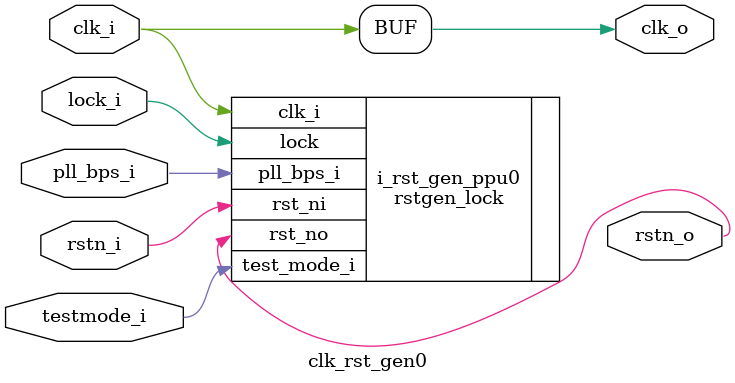
<source format=sv>

`include "config.sv"

module clk_rst_gen0
(
    input  logic                            clk_i,
    input  logic                            rstn_i,
    input  logic                            lock_i,

    input  logic                            testmode_i,
    input  logic                            pll_bps_i,

    output logic                            clk_o,
    output logic                            rstn_o
);

   assign clk_o = clk_i;

  //----------------------------------------------------------------------------//
  // Reset synchronizer
  //----------------------------------------------------------------------------//
  rstgen_lock i_rst_gen_ppu0
  (
      // PAD FRAME SIGNALS
      .clk_i               ( clk_i           ),
      .rst_ni              ( rstn_i          ),
      .lock                ( lock_i          ),

      // TEST MODE
      .test_mode_i         ( testmode_i      ),
      .pll_bps_i           ( pll_bps_i       ),

      // OUTPUT RESET
      .rst_no              ( rstn_o          )
  );


endmodule

</source>
